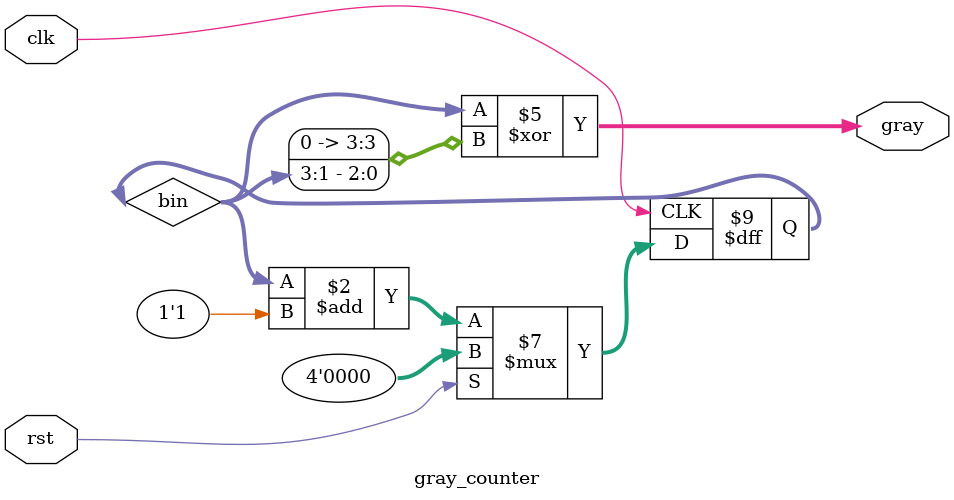
<source format=v>
module gray_counter (
    input clk,
    input rst,
    output reg [3:0] gray
);

reg [3:0] bin;

always @(posedge clk) begin
    if (rst)
        bin <= 4'b0000;
    else
        bin <= bin + 1'b1;
end

always @(*) begin
    gray = bin ^ (bin >> 1);
end

endmodule


</source>
